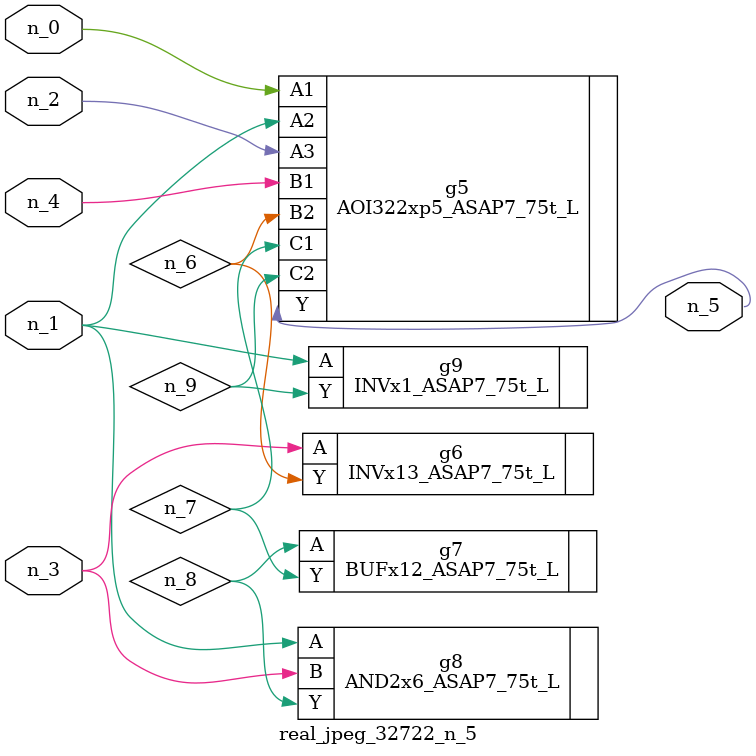
<source format=v>
module real_jpeg_32722_n_5 (n_4, n_0, n_1, n_2, n_3, n_5);

input n_4;
input n_0;
input n_1;
input n_2;
input n_3;

output n_5;

wire n_8;
wire n_6;
wire n_7;
wire n_9;

AOI322xp5_ASAP7_75t_L g5 ( 
.A1(n_0),
.A2(n_1),
.A3(n_2),
.B1(n_4),
.B2(n_6),
.C1(n_7),
.C2(n_9),
.Y(n_5)
);

AND2x6_ASAP7_75t_L g8 ( 
.A(n_1),
.B(n_3),
.Y(n_8)
);

INVx1_ASAP7_75t_L g9 ( 
.A(n_1),
.Y(n_9)
);

INVx13_ASAP7_75t_L g6 ( 
.A(n_3),
.Y(n_6)
);

BUFx12_ASAP7_75t_L g7 ( 
.A(n_8),
.Y(n_7)
);


endmodule
</source>
